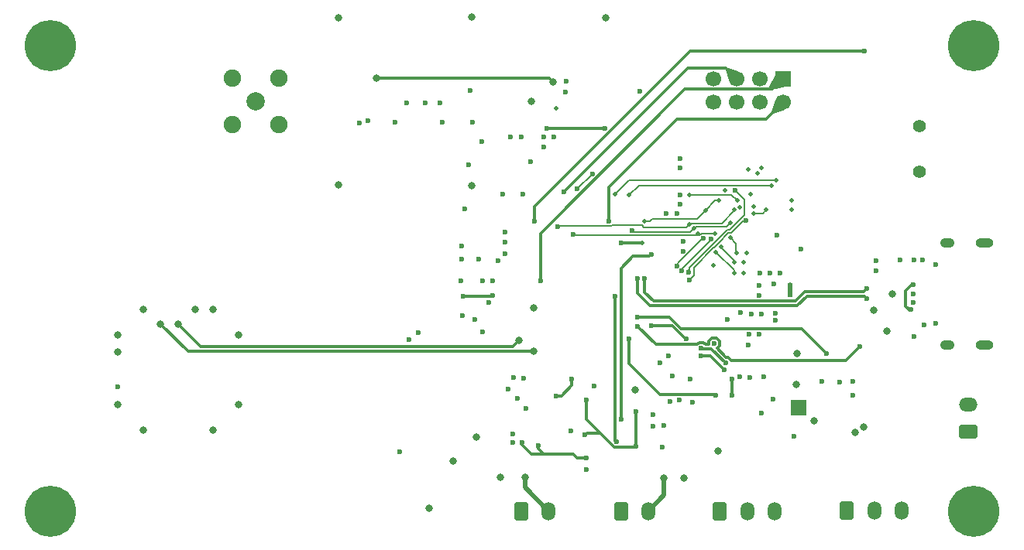
<source format=gbr>
%TF.GenerationSoftware,KiCad,Pcbnew,9.0.1*%
%TF.CreationDate,2025-04-20T12:35:35+07:00*%
%TF.ProjectId,IREC-FlighComputer,49524543-2d46-46c6-9967-68436f6d7075,rev?*%
%TF.SameCoordinates,Original*%
%TF.FileFunction,Copper,L4,Bot*%
%TF.FilePolarity,Positive*%
%FSLAX46Y46*%
G04 Gerber Fmt 4.6, Leading zero omitted, Abs format (unit mm)*
G04 Created by KiCad (PCBNEW 9.0.1) date 2025-04-20 12:35:35*
%MOMM*%
%LPD*%
G01*
G04 APERTURE LIST*
G04 Aperture macros list*
%AMRoundRect*
0 Rectangle with rounded corners*
0 $1 Rounding radius*
0 $2 $3 $4 $5 $6 $7 $8 $9 X,Y pos of 4 corners*
0 Add a 4 corners polygon primitive as box body*
4,1,4,$2,$3,$4,$5,$6,$7,$8,$9,$2,$3,0*
0 Add four circle primitives for the rounded corners*
1,1,$1+$1,$2,$3*
1,1,$1+$1,$4,$5*
1,1,$1+$1,$6,$7*
1,1,$1+$1,$8,$9*
0 Add four rect primitives between the rounded corners*
20,1,$1+$1,$2,$3,$4,$5,0*
20,1,$1+$1,$4,$5,$6,$7,0*
20,1,$1+$1,$6,$7,$8,$9,0*
20,1,$1+$1,$8,$9,$2,$3,0*%
G04 Aperture macros list end*
%TA.AperFunction,HeatsinkPad*%
%ADD10C,0.500000*%
%TD*%
%TA.AperFunction,HeatsinkPad*%
%ADD11R,0.500000X1.600000*%
%TD*%
%TA.AperFunction,ComponentPad*%
%ADD12O,1.950000X1.050000*%
%TD*%
%TA.AperFunction,ComponentPad*%
%ADD13O,1.550000X1.050000*%
%TD*%
%TA.AperFunction,ComponentPad*%
%ADD14RoundRect,0.250001X-0.499999X-0.759999X0.499999X-0.759999X0.499999X0.759999X-0.499999X0.759999X0*%
%TD*%
%TA.AperFunction,ComponentPad*%
%ADD15O,1.500000X2.020000*%
%TD*%
%TA.AperFunction,ComponentPad*%
%ADD16C,2.006600*%
%TD*%
%TA.AperFunction,ComponentPad*%
%ADD17C,1.905000*%
%TD*%
%TA.AperFunction,ComponentPad*%
%ADD18C,5.600000*%
%TD*%
%TA.AperFunction,ComponentPad*%
%ADD19C,1.398000*%
%TD*%
%TA.AperFunction,HeatsinkPad*%
%ADD20R,1.680000X1.680000*%
%TD*%
%TA.AperFunction,ComponentPad*%
%ADD21RoundRect,0.250001X0.759999X-0.499999X0.759999X0.499999X-0.759999X0.499999X-0.759999X-0.499999X0*%
%TD*%
%TA.AperFunction,ComponentPad*%
%ADD22O,2.020000X1.500000*%
%TD*%
%TA.AperFunction,ComponentPad*%
%ADD23R,1.700000X1.700000*%
%TD*%
%TA.AperFunction,ComponentPad*%
%ADD24C,1.700000*%
%TD*%
%TA.AperFunction,ViaPad*%
%ADD25C,0.600000*%
%TD*%
%TA.AperFunction,ViaPad*%
%ADD26C,0.800000*%
%TD*%
%TA.AperFunction,ViaPad*%
%ADD27C,0.500000*%
%TD*%
%TA.AperFunction,Conductor*%
%ADD28C,0.200000*%
%TD*%
%TA.AperFunction,Conductor*%
%ADD29C,0.300000*%
%TD*%
%TA.AperFunction,Conductor*%
%ADD30C,0.500000*%
%TD*%
%TA.AperFunction,Conductor*%
%ADD31C,0.299370*%
%TD*%
G04 APERTURE END LIST*
D10*
%TO.P,U3,7,EP*%
%TO.N,VBAT-*%
X179912500Y-89200000D03*
D11*
X179912500Y-89750000D03*
D10*
X179912500Y-90300000D03*
%TD*%
D12*
%TO.P,USB1,1,MH1*%
%TO.N,VBAT-*%
X201112500Y-95820000D03*
%TO.P,USB1,2,MH2*%
X201112500Y-84580000D03*
D13*
%TO.P,USB1,3,MH3*%
X197112500Y-95820000D03*
%TO.P,USB1,4,MH4*%
X197112500Y-84580000D03*
%TD*%
D14*
%TO.P,J8,1,Pin_1*%
%TO.N,Net-(J8-Pin_1)*%
X150500000Y-114000000D03*
D15*
%TO.P,J8,2,Pin_2*%
%TO.N,Net-(J8-Pin_2)*%
X153500000Y-114000000D03*
%TD*%
D16*
%TO.P,J3,1,1*%
%TO.N,Net-(C49-Pad2)*%
X121447300Y-69109800D03*
D17*
%TO.P,J3,2,2*%
%TO.N,VBAT-*%
X118894600Y-66557100D03*
%TO.P,J3,3,3*%
X118894600Y-71662500D03*
%TO.P,J3,4,4*%
X124000000Y-71662500D03*
%TO.P,J3,5,5*%
X124000000Y-66557100D03*
%TD*%
D14*
%TO.P,J10,1,Pin_1*%
%TO.N,Net-(J10-Pin_1)*%
X186100000Y-113900000D03*
D15*
%TO.P,J10,2,Pin_2*%
%TO.N,VBAT-*%
X189100000Y-113900000D03*
%TO.P,J10,3,Pin_3*%
%TO.N,+5V*%
X192100000Y-113900000D03*
%TD*%
D18*
%TO.P,H3,1*%
%TO.N,N/C*%
X200000000Y-63000000D03*
%TD*%
D14*
%TO.P,J7,1,Pin_1*%
%TO.N,Net-(J7-Pin_1)*%
X161400000Y-113960000D03*
D15*
%TO.P,J7,2,Pin_2*%
%TO.N,Net-(J7-Pin_2)*%
X164400000Y-113960000D03*
%TD*%
D18*
%TO.P,H1,1*%
%TO.N,N/C*%
X200000000Y-114000000D03*
%TD*%
%TO.P,H4,1*%
%TO.N,N/C*%
X99000000Y-114000000D03*
%TD*%
%TO.P,H2,1*%
%TO.N,N/C*%
X99000000Y-63000000D03*
%TD*%
D14*
%TO.P,J2,1,Pin_1*%
%TO.N,Net-(J2-Pin_1)*%
X172200000Y-113960000D03*
D15*
%TO.P,J2,2,Pin_2*%
%TO.N,VBAT-*%
X175200000Y-113960000D03*
%TO.P,J2,3,Pin_3*%
%TO.N,+5V*%
X178200000Y-113960000D03*
%TD*%
D19*
%TO.P,LS1,1*%
%TO.N,Net-(LS1-Pad1)*%
X194000000Y-71800000D03*
%TO.P,LS1,2*%
%TO.N,VBAT-*%
X194000000Y-76800000D03*
%TD*%
D10*
%TO.P,U1,17,GND*%
%TO.N,VBAT-*%
X180247500Y-103240000D03*
X181427500Y-103240000D03*
D20*
X180837500Y-102650000D03*
D10*
X180247500Y-102060000D03*
X181427500Y-102060000D03*
%TD*%
D21*
%TO.P,J1,1,Pin_1*%
%TO.N,Net-(D1-A)*%
X199387500Y-105278250D03*
D22*
%TO.P,J1,2,Pin_2*%
%TO.N,VBAT-*%
X199387500Y-102278250D03*
%TD*%
D23*
%TO.P,J4,1,Pin_1*%
%TO.N,nRST*%
X179140000Y-66660000D03*
D24*
%TO.P,J4,2,Pin_2*%
%TO.N,SWDIO*%
X179140000Y-69200000D03*
%TO.P,J4,3,Pin_3*%
%TO.N,SWCLK*%
X176600000Y-66660000D03*
%TO.P,J4,4,Pin_4*%
%TO.N,COMPANION_RX*%
X176600000Y-69200000D03*
%TO.P,J4,5,Pin_5*%
%TO.N,BOOT0*%
X174060000Y-66660000D03*
%TO.P,J4,6,Pin_6*%
%TO.N,COMPANION_TX*%
X174060000Y-69200000D03*
%TO.P,J4,7,Pin_7*%
%TO.N,VBAT-*%
X171520000Y-66660000D03*
%TO.P,J4,8,Pin_8*%
%TO.N,+3.3V*%
X171520000Y-69200000D03*
%TD*%
D25*
%TO.N,VBAT-*%
X144330000Y-80900000D03*
X175365000Y-94600000D03*
X145400000Y-93000000D03*
D26*
X109199998Y-91899997D03*
X143100000Y-108500000D03*
D25*
X166120000Y-104627500D03*
X158495000Y-100300000D03*
X148700000Y-83400000D03*
D26*
X151650000Y-69100000D03*
X151900000Y-91700000D03*
D25*
X144900000Y-67962500D03*
D27*
X176300000Y-77000000D03*
D26*
X119600000Y-102299999D03*
X130550000Y-59960000D03*
D25*
X145825000Y-86425000D03*
D26*
X109199998Y-105100001D03*
D25*
X138010000Y-69312500D03*
X140000000Y-69312500D03*
X151000000Y-102750000D03*
X166365000Y-81400000D03*
X143975000Y-86425000D03*
X151500000Y-75750000D03*
X181067500Y-85300000D03*
X137215000Y-107500000D03*
X146200000Y-73532500D03*
X154100000Y-73000000D03*
X149345000Y-73000000D03*
X191900000Y-86480000D03*
D26*
X159710000Y-59960000D03*
D25*
X195850000Y-87000000D03*
X141900000Y-71430000D03*
X166750000Y-102000000D03*
X175300000Y-95765000D03*
D26*
X145130000Y-78360000D03*
D25*
X193337500Y-90180000D03*
X155400000Y-66900000D03*
X195850000Y-93400000D03*
D26*
X106399996Y-102299999D03*
X180615000Y-96750000D03*
X119600000Y-94699999D03*
D25*
X176777500Y-92380000D03*
X157588000Y-109410000D03*
X148700000Y-85800000D03*
D26*
X106399996Y-94699999D03*
X116799998Y-91899997D03*
X182500000Y-104100000D03*
D27*
X154287500Y-69850000D03*
D25*
X139290000Y-94402500D03*
X174480000Y-92200000D03*
X169000000Y-99500000D03*
D27*
X172800000Y-78900000D03*
D25*
X150100000Y-101635000D03*
X155900000Y-105202500D03*
X186765000Y-101300000D03*
D27*
X180100000Y-81000000D03*
D25*
X167000000Y-99200000D03*
X149580000Y-105500000D03*
X149580000Y-106500000D03*
D26*
X145130000Y-59860000D03*
D27*
X175600000Y-79300000D03*
D25*
X183400000Y-99800000D03*
X168200000Y-84432500D03*
X165700000Y-97767500D03*
X152965000Y-74100000D03*
X106399996Y-100399998D03*
X150667500Y-79300000D03*
X185300000Y-99900000D03*
X141650000Y-69312500D03*
X178300000Y-93100000D03*
X132800000Y-71530000D03*
X178000000Y-101682500D03*
X193400000Y-94880000D03*
D27*
X175167500Y-85700000D03*
D25*
X186765000Y-99800000D03*
D27*
X174400000Y-80700000D03*
D25*
X193400000Y-86482500D03*
X146265000Y-88800000D03*
X176510000Y-90397500D03*
X149665000Y-99365000D03*
X145200000Y-71397500D03*
X164870000Y-104647500D03*
X174430000Y-99302500D03*
X136700000Y-71397500D03*
D26*
X140400000Y-113700000D03*
X130550000Y-78260000D03*
X116799998Y-105100001D03*
D25*
X175450000Y-99325000D03*
X189300000Y-87667500D03*
X169200000Y-102100000D03*
X165900000Y-107000000D03*
X146300000Y-94400000D03*
D27*
%TO.N,+3.3V*%
X176800000Y-76400000D03*
D26*
X114899997Y-91899997D03*
D25*
X155342500Y-68092500D03*
D27*
X171500000Y-87100000D03*
D25*
X168177341Y-85544841D03*
D26*
X106399996Y-96600000D03*
D27*
X174810000Y-86700000D03*
D25*
X163500000Y-68000000D03*
X167880000Y-80400000D03*
X176600000Y-87900000D03*
X138240000Y-95170000D03*
X173000000Y-93000000D03*
X148500000Y-79300000D03*
X148700000Y-84535000D03*
X175642500Y-92380000D03*
X176510000Y-89260000D03*
X167890000Y-75400000D03*
X152965000Y-73000000D03*
D26*
X145600000Y-105900000D03*
D25*
X143902500Y-88800000D03*
X147960000Y-86563953D03*
X167880000Y-79400000D03*
X167870000Y-76400000D03*
X149100000Y-100600000D03*
X177000000Y-99250000D03*
D27*
X175900000Y-80600000D03*
X180100000Y-80000000D03*
D25*
X178441250Y-83808750D03*
X176500000Y-94600000D03*
X178120000Y-89100000D03*
X144800000Y-76100000D03*
X144100000Y-92600000D03*
X178300000Y-92300000D03*
X143975000Y-84975000D03*
X133750000Y-71250000D03*
X150480000Y-73000000D03*
X178800000Y-87935000D03*
D27*
X175300000Y-76600000D03*
D25*
X167750000Y-101800000D03*
X166600000Y-97000000D03*
X147400000Y-88800000D03*
X167500000Y-81400000D03*
D27*
X174800000Y-87900000D03*
D25*
X146985340Y-91100000D03*
X177700000Y-87900000D03*
X150800000Y-99400000D03*
%TO.N,BAT_LEVEL*%
X183885000Y-96750000D03*
X163250000Y-92750000D03*
%TO.N,+5V*%
X180305000Y-105750000D03*
D26*
X172015000Y-107400000D03*
X163000000Y-100700000D03*
D25*
X176750000Y-103250000D03*
D26*
X190500000Y-94300000D03*
%TO.N,VBAT+*%
X180587500Y-100087500D03*
X187000000Y-105400000D03*
X168300000Y-110400000D03*
X148200000Y-110300000D03*
X187900000Y-104800000D03*
D25*
%TO.N,VBUS*%
X194400000Y-86500000D03*
D26*
X191062500Y-90180000D03*
D25*
X189300000Y-86532500D03*
D26*
X189000000Y-92000000D03*
D25*
X194500000Y-93600000D03*
%TO.N,/PWM_PD*%
X164870000Y-103452500D03*
X157588000Y-101790000D03*
X163012000Y-106870000D03*
X157500000Y-105600000D03*
X163012000Y-103060000D03*
%TO.N,PWM_C*%
X160900000Y-106400000D03*
X160800000Y-90500000D03*
%TO.N,PYRO_B*%
X157588000Y-108140000D03*
X150600000Y-106500000D03*
X152402500Y-106807500D03*
%TO.N,PWM_D*%
X161400000Y-103900000D03*
X164750000Y-85850000D03*
%TO.N,BOOT0*%
X155200000Y-79000000D03*
%TO.N,nRST*%
X152600000Y-88800000D03*
D27*
%TO.N,SWDIO*%
X163700000Y-84600000D03*
D25*
X161400000Y-84600000D03*
X160084485Y-82249525D03*
D26*
%TO.N,Net-(J7-Pin_2)*%
X166100000Y-110400000D03*
%TO.N,Net-(J8-Pin_2)*%
X150900000Y-110300000D03*
D25*
%TO.N,BCD*%
X163250000Y-93750000D03*
X187500000Y-96000000D03*
%TO.N,MMC5983MA_SDA*%
X144200000Y-90500000D03*
X147422626Y-90411095D03*
%TO.N,EMMC_DAT7*%
X173900000Y-78900000D03*
X168830332Y-87830332D03*
%TO.N,EMMC_DAT6*%
X175088817Y-82189001D03*
D27*
X174100000Y-80000000D03*
D25*
X168901495Y-88660000D03*
D27*
X168900000Y-79400000D03*
%TO.N,EMMC_DAT5*%
X168900000Y-82550000D03*
X173800000Y-81000000D03*
D25*
X154529843Y-82870157D03*
%TO.N,PWM_Buzzer*%
X188055000Y-63660000D03*
X151940000Y-82280000D03*
D27*
%TO.N,EMMC_DAT4*%
X169800000Y-83600000D03*
D25*
X156168753Y-83731247D03*
D27*
X171700000Y-83600000D03*
D25*
%TO.N,EMMC_DAT3*%
X162600000Y-83250000D03*
D27*
X173396489Y-82400000D03*
X169400000Y-83050000D03*
%TO.N,EMMC_DAT2*%
X170650000Y-81050000D03*
X172100000Y-80000000D03*
X164006456Y-82213130D03*
%TO.N,EMMC_DAT1*%
X171801748Y-85601748D03*
X173780000Y-87900000D03*
D25*
X167520806Y-87150000D03*
X170450000Y-84150000D03*
%TO.N,EMMC_DAT0*%
X168082185Y-87650000D03*
D27*
X172366336Y-85066336D03*
D25*
X171280021Y-84160019D03*
D27*
X173790000Y-86700000D03*
D26*
%TO.N,ANT_SW*%
X154000000Y-67000000D03*
X134700000Y-66562500D03*
D25*
%TO.N,ADXL375_SDO*%
X170200000Y-96125000D03*
X172844238Y-97724999D03*
X173570000Y-99520000D03*
X168550000Y-95120425D03*
X164700000Y-93700000D03*
X173580000Y-101290000D03*
%TO.N,ADXL375_SDI*%
X172725003Y-98525003D03*
X170180000Y-97000000D03*
%TO.N,ADXL375_SCLK*%
X171590000Y-95610000D03*
%TO.N,BMI088_GYRO_INT*%
X162300000Y-95100000D03*
X171800018Y-101260000D03*
%TO.N,D+*%
X193337500Y-91130000D03*
%TO.N,USB_DN*%
X188300000Y-89600000D03*
X164000000Y-88500000D03*
%TO.N,D-*%
X193094445Y-91938522D03*
X193337500Y-89230000D03*
%TO.N,USB_DP*%
X188300000Y-90700000D03*
X163200000Y-88500000D03*
%TO.N,MS5607_MOSI*%
X156050000Y-99500000D03*
X154300000Y-101400000D03*
D27*
%TO.N,EMMC_RSTN*%
X175900000Y-81400000D03*
X177300000Y-81000000D03*
D26*
%TO.N,GNSS_Reset*%
X150300000Y-95300000D03*
X112999998Y-93499998D03*
D27*
%TO.N,EMMC_CLK*%
X177900000Y-78349000D03*
X162300000Y-79400000D03*
D26*
%TO.N,GNSS_INT*%
X111100000Y-93500000D03*
X151900000Y-96500000D03*
D25*
%TO.N,SX1262_DIO3*%
X159685735Y-72085735D03*
X153300000Y-72062500D03*
D27*
%TO.N,EMMC_CMD*%
X160800000Y-79300000D03*
X178400000Y-77800000D03*
D25*
%TO.N,SX1262_MOSI*%
X158300000Y-77050000D03*
X156652108Y-78727123D03*
D27*
%TO.N,Net-(U11-VDDI)*%
X174032500Y-85700000D03*
X173351748Y-84051748D03*
%TD*%
D28*
%TO.N,SX1262_MOSI*%
X156652108Y-78727123D02*
X158300000Y-77079232D01*
X158300000Y-77079232D02*
X158300000Y-77050000D01*
D29*
%TO.N,SX1262_DIO3*%
X159685735Y-72085735D02*
X159335735Y-72085735D01*
X159335735Y-72085735D02*
X159312500Y-72062500D01*
X159312500Y-72062500D02*
X153300000Y-72062500D01*
%TO.N,BAT_LEVEL*%
X167965290Y-93999000D02*
X166716290Y-92750000D01*
X166716290Y-92750000D02*
X163250000Y-92750000D01*
X181134000Y-93999000D02*
X167965290Y-93999000D01*
X183885000Y-96750000D02*
X181134000Y-93999000D01*
%TO.N,/PWM_PD*%
X159200028Y-105549972D02*
X159075028Y-105424972D01*
X163012000Y-106870000D02*
X162881000Y-107001000D01*
X157675028Y-105424972D02*
X157500000Y-105600000D01*
X159200028Y-105549972D02*
X157588000Y-103937943D01*
X159075028Y-105424972D02*
X157675028Y-105424972D01*
X162881000Y-107001000D02*
X160651057Y-107001000D01*
X157588000Y-103937943D02*
X157588000Y-101790000D01*
X160651057Y-107001000D02*
X159200028Y-105549972D01*
X163012000Y-103060000D02*
X163012000Y-106870000D01*
%TO.N,PWM_C*%
X160800000Y-106300000D02*
X160900000Y-106400000D01*
X160800000Y-90500000D02*
X160800000Y-106300000D01*
%TO.N,PYRO_B*%
X156640000Y-108140000D02*
X157588000Y-108140000D01*
X156200000Y-107700000D02*
X156640000Y-108140000D01*
X153000000Y-107700000D02*
X156200000Y-107700000D01*
X152402500Y-106807500D02*
X152402500Y-107102500D01*
X150600000Y-106500000D02*
X150600000Y-106700000D01*
X152402500Y-107102500D02*
X153000000Y-107700000D01*
X150600000Y-106700000D02*
X151600000Y-107700000D01*
X151600000Y-107700000D02*
X153000000Y-107700000D01*
%TO.N,PWM_D*%
X164500000Y-86100000D02*
X164750000Y-85850000D01*
X164750000Y-85850000D02*
X164800000Y-85800000D01*
X161400000Y-103900000D02*
X161400000Y-87400000D01*
X162700000Y-86100000D02*
X164500000Y-86100000D01*
X161400000Y-87400000D02*
X162700000Y-86100000D01*
%TO.N,BOOT0*%
X174060000Y-66660000D02*
X172909000Y-65509000D01*
X172909000Y-65509000D02*
X168691000Y-65509000D01*
X168691000Y-65509000D02*
X155200000Y-79000000D01*
%TO.N,nRST*%
X179140000Y-66660000D02*
X177989000Y-67811000D01*
X152600000Y-83627761D02*
X152600000Y-88800000D01*
X168416761Y-67811000D02*
X152600000Y-83627761D01*
X177989000Y-67811000D02*
X168416761Y-67811000D01*
%TO.N,SWDIO*%
X160104452Y-82195548D02*
X160100000Y-82200000D01*
X160104452Y-82229558D02*
X160084485Y-82249525D01*
X160104452Y-82195548D02*
X160104452Y-82229558D01*
X177240000Y-71100000D02*
X167500000Y-71100000D01*
X167500000Y-71100000D02*
X160104452Y-78495548D01*
X179140000Y-69200000D02*
X177240000Y-71100000D01*
X161400000Y-84600000D02*
X163700000Y-84600000D01*
X160104452Y-78495548D02*
X160104452Y-82195548D01*
D30*
%TO.N,Net-(J7-Pin_2)*%
X166100000Y-112260000D02*
X164400000Y-113960000D01*
X166100000Y-110400000D02*
X166100000Y-112260000D01*
%TO.N,Net-(J8-Pin_2)*%
X150900000Y-111400000D02*
X153500000Y-114000000D01*
X150900000Y-110300000D02*
X150900000Y-111400000D01*
D29*
%TO.N,BCD*%
X172861809Y-97123999D02*
X171893876Y-96156066D01*
X171838943Y-95009000D02*
X171341057Y-95009000D01*
X170989000Y-95361057D02*
X170989000Y-95749000D01*
X169951057Y-95524000D02*
X169753632Y-95721425D01*
X169753632Y-95721425D02*
X165221425Y-95721425D01*
X170673943Y-95749000D02*
X170448943Y-95524000D01*
X165221425Y-95721425D02*
X163250000Y-93750000D01*
X170448943Y-95524000D02*
X169951057Y-95524000D01*
X171341057Y-95009000D02*
X170989000Y-95361057D01*
X186000000Y-97500000D02*
X173445238Y-97500000D01*
X173445238Y-97500000D02*
X173445238Y-97476056D01*
X187500000Y-96000000D02*
X186000000Y-97500000D01*
X172191000Y-95361057D02*
X171838943Y-95009000D01*
X173093181Y-97123999D02*
X172861809Y-97123999D01*
X173445238Y-97476056D02*
X173093181Y-97123999D01*
X171893876Y-96156066D02*
X172191000Y-95858943D01*
X172191000Y-95858943D02*
X172191000Y-95361057D01*
X170989000Y-95749000D02*
X170673943Y-95749000D01*
%TO.N,MMC5983MA_SDA*%
X147333721Y-90500000D02*
X144200000Y-90500000D01*
X147422626Y-90411095D02*
X147333721Y-90500000D01*
D28*
%TO.N,EMMC_DAT7*%
X174900000Y-81600000D02*
X174900000Y-79900000D01*
X173001756Y-83198244D02*
X173306766Y-83198244D01*
X171743464Y-84484298D02*
X171743464Y-84456536D01*
X173306766Y-83198244D02*
X173897489Y-82607521D01*
X171420696Y-84807066D02*
X171743464Y-84484298D01*
X168830332Y-87548900D02*
X168851000Y-87528232D01*
X168851000Y-87349000D02*
X171392934Y-84807066D01*
X171743464Y-84456536D02*
X173001756Y-83198244D01*
X168851000Y-87528232D02*
X168851000Y-87349000D01*
X168830332Y-87830332D02*
X168830332Y-87548900D01*
X171392934Y-84807066D02*
X171420696Y-84807066D01*
X174900000Y-79900000D02*
X173900000Y-78900000D01*
X173897489Y-82607521D02*
X173897489Y-82602511D01*
X173897489Y-82602511D02*
X174900000Y-81600000D01*
%TO.N,EMMC_DAT6*%
X174807387Y-82189001D02*
X175088817Y-82189001D01*
X172094464Y-84629686D02*
X172094464Y-84601924D01*
X174248489Y-82752909D02*
X174248489Y-82747899D01*
X173452154Y-83549244D02*
X174248489Y-82752909D01*
X173500000Y-79400000D02*
X168900000Y-79400000D01*
X174100000Y-80000000D02*
X173500000Y-79400000D01*
X173147144Y-83549244D02*
X173452154Y-83549244D01*
X171566084Y-85158066D02*
X172094464Y-84629686D01*
X169381332Y-87315056D02*
X171538322Y-85158066D01*
X168901495Y-88660000D02*
X169381332Y-88180163D01*
X169381332Y-88180163D02*
X169381332Y-87315056D01*
X174248489Y-82747899D02*
X174807387Y-82189001D01*
X171538322Y-85158066D02*
X171566084Y-85158066D01*
X172094464Y-84601924D02*
X173147144Y-83549244D01*
%TO.N,EMMC_DAT5*%
X168950000Y-82500000D02*
X171991578Y-82500000D01*
X159856253Y-82800525D02*
X160312717Y-82800525D01*
X160312717Y-82800525D02*
X160414242Y-82699000D01*
X171991578Y-82500000D02*
X171995335Y-82496244D01*
X163928230Y-82900000D02*
X168550000Y-82900000D01*
X173800000Y-81100000D02*
X173800000Y-81000000D01*
X154600000Y-82800000D02*
X159825220Y-82800000D01*
X159825220Y-82800000D02*
X159840474Y-82784746D01*
X172403756Y-82496244D02*
X173800000Y-81100000D01*
X154529843Y-82870157D02*
X154600000Y-82800000D01*
X160414242Y-82699000D02*
X163727230Y-82699000D01*
X159840474Y-82784746D02*
X159856253Y-82800525D01*
X168900000Y-82550000D02*
X168950000Y-82500000D01*
X168550000Y-82900000D02*
X168900000Y-82550000D01*
X171995335Y-82496244D02*
X172403756Y-82496244D01*
X163727230Y-82699000D02*
X163928230Y-82900000D01*
D29*
%TO.N,PWM_Buzzer*%
X168960000Y-63660000D02*
X188055000Y-63660000D01*
X151940000Y-80680000D02*
X168960000Y-63660000D01*
X151940000Y-82280000D02*
X151940000Y-80680000D01*
D28*
%TO.N,EMMC_DAT4*%
X171599617Y-83700383D02*
X171700000Y-83600000D01*
X171051789Y-83609019D02*
X171508253Y-83609019D01*
X171508253Y-83609019D02*
X171599617Y-83700383D01*
X170679232Y-83600000D02*
X171042770Y-83600000D01*
X156237505Y-83800000D02*
X170020768Y-83800000D01*
X170020768Y-83800000D02*
X170221768Y-83599000D01*
X170678232Y-83599000D02*
X170679232Y-83600000D01*
X171042770Y-83600000D02*
X171051789Y-83609019D01*
X170221768Y-83599000D02*
X170678232Y-83599000D01*
X156168753Y-83731247D02*
X156237505Y-83800000D01*
%TO.N,EMMC_DAT3*%
X162600000Y-83250000D02*
X162799000Y-83449000D01*
X162799000Y-83449000D02*
X169001000Y-83449000D01*
X172952756Y-82847244D02*
X173396489Y-82403511D01*
X172140723Y-82847244D02*
X172952756Y-82847244D01*
X169001000Y-83449000D02*
X169400000Y-83050000D01*
X172136966Y-82851000D02*
X172140723Y-82847244D01*
X173396489Y-82403511D02*
X173396489Y-82400000D01*
X169400000Y-83050000D02*
X169599000Y-82851000D01*
X169599000Y-82851000D02*
X172136966Y-82851000D01*
%TO.N,EMMC_DAT2*%
X169700000Y-82000000D02*
X164799349Y-82000000D01*
X171700000Y-80000000D02*
X170650000Y-81050000D01*
X164704554Y-82094795D02*
X164709770Y-82094795D01*
X164586219Y-82213130D02*
X164704554Y-82094795D01*
X164799349Y-82000000D02*
X164586219Y-82213130D01*
X170650000Y-81050000D02*
X169700000Y-82000000D01*
X164006456Y-82213130D02*
X164586219Y-82213130D01*
X172100000Y-80000000D02*
X171700000Y-80000000D01*
%TO.N,EMMC_DAT1*%
X167520806Y-86989128D02*
X167825070Y-86684864D01*
X173780000Y-87580000D02*
X173780000Y-87900000D01*
X167520806Y-87150000D02*
X167520806Y-86989128D01*
X170350000Y-84150000D02*
X170450000Y-84150000D01*
X171890312Y-85690312D02*
X173780000Y-87580000D01*
X167825070Y-86684864D02*
X167825070Y-86674930D01*
X167825070Y-86674930D02*
X170350000Y-84150000D01*
%TO.N,EMMC_DAT0*%
X172366336Y-85166336D02*
X173790000Y-86590000D01*
X172366336Y-85066336D02*
X172366336Y-85166336D01*
X171183974Y-84366026D02*
X171183974Y-84256066D01*
X168082185Y-87467815D02*
X171183974Y-84366026D01*
X173790000Y-86590000D02*
X173790000Y-86700000D01*
X168082185Y-87650000D02*
X168082185Y-87467815D01*
X171183974Y-84256066D02*
X171280021Y-84160019D01*
D31*
%TO.N,ANT_SW*%
X153562500Y-66562500D02*
X134700000Y-66562500D01*
X154000000Y-67000000D02*
X153562500Y-66562500D01*
D29*
%TO.N,ADXL375_SDO*%
X168448905Y-95120425D02*
X167028480Y-93700000D01*
X167028480Y-93700000D02*
X164700000Y-93700000D01*
X170275000Y-96200000D02*
X170200000Y-96125000D01*
X172844238Y-97724999D02*
X172844237Y-97725000D01*
X173570000Y-101280000D02*
X173580000Y-101290000D01*
X168550000Y-95120425D02*
X168448905Y-95120425D01*
X172825000Y-97725000D02*
X171300000Y-96200000D01*
X172844237Y-97725000D02*
X172825000Y-97725000D01*
X171300000Y-96200000D02*
X170275000Y-96200000D01*
X173570000Y-99520000D02*
X173570000Y-101280000D01*
%TO.N,ADXL375_SDI*%
X171200000Y-97000000D02*
X170180000Y-97000000D01*
X172725003Y-98525003D02*
X171200000Y-97000000D01*
%TO.N,BMI088_GYRO_INT*%
X171800018Y-101260000D02*
X171740018Y-101200000D01*
X165700000Y-101200000D02*
X162300000Y-97800000D01*
X162300000Y-97800000D02*
X162300000Y-95100000D01*
X171740018Y-101200000D02*
X165700000Y-101200000D01*
%TO.N,USB_DN*%
X187975001Y-89924999D02*
X181539501Y-89924999D01*
X181539501Y-89924999D02*
X180463500Y-91001000D01*
X177204481Y-91000000D02*
X175608481Y-91000000D01*
X175608481Y-91000000D02*
X175607481Y-90999000D01*
X178568100Y-91001000D02*
X178566099Y-90999000D01*
X164999000Y-90999000D02*
X164000000Y-90000000D01*
X177205481Y-90999000D02*
X177204481Y-91000000D01*
X188300000Y-89600000D02*
X187975001Y-89924999D01*
X175607481Y-90999000D02*
X164999000Y-90999000D01*
X178566099Y-90999000D02*
X177205481Y-90999000D01*
X180463500Y-91001000D02*
X178568100Y-91001000D01*
X164000000Y-90000000D02*
X164000000Y-88500000D01*
%TO.N,D-*%
X192500000Y-89880000D02*
X193150000Y-89230000D01*
X193150000Y-89230000D02*
X193337500Y-89230000D01*
X193052967Y-91980000D02*
X192900000Y-91980000D01*
X192900000Y-91980000D02*
X192500000Y-91580000D01*
X192500000Y-91580000D02*
X192500000Y-89880000D01*
X193094445Y-91938522D02*
X193052967Y-91980000D01*
%TO.N,USB_DP*%
X181747021Y-90425999D02*
X188025999Y-90425999D01*
X180671020Y-91502000D02*
X181747021Y-90425999D01*
X163200000Y-90100000D02*
X164600000Y-91500000D01*
X177413002Y-91500000D02*
X178358580Y-91500000D01*
X178358580Y-91500000D02*
X178360579Y-91502000D01*
X177412001Y-91501000D02*
X177413002Y-91500000D01*
X178360579Y-91502000D02*
X180671020Y-91502000D01*
X175400960Y-91501000D02*
X177412001Y-91501000D01*
X188025999Y-90425999D02*
X188300000Y-90700000D01*
X175399961Y-91500000D02*
X175400960Y-91501000D01*
X164600000Y-91500000D02*
X175399961Y-91500000D01*
X163200000Y-88500000D02*
X163200000Y-90100000D01*
%TO.N,MS5607_MOSI*%
X154878830Y-101400000D02*
X156050000Y-100228830D01*
X156050000Y-100228830D02*
X156050000Y-99500000D01*
X154300000Y-101400000D02*
X154878830Y-101400000D01*
D28*
%TO.N,EMMC_RSTN*%
X176900000Y-81400000D02*
X175900000Y-81400000D01*
X177300000Y-81000000D02*
X176900000Y-81400000D01*
D29*
%TO.N,GNSS_Reset*%
X149600000Y-96000000D02*
X150300000Y-95300000D01*
X112999998Y-93499998D02*
X115500000Y-96000000D01*
X115500000Y-96000000D02*
X149600000Y-96000000D01*
D28*
%TO.N,EMMC_CLK*%
X163351000Y-78349000D02*
X162300000Y-79400000D01*
X177900000Y-78349000D02*
X163351000Y-78349000D01*
D29*
%TO.N,GNSS_INT*%
X114100000Y-96500000D02*
X151900000Y-96500000D01*
X111100000Y-93500000D02*
X114100000Y-96500000D01*
D28*
%TO.N,EMMC_CMD*%
X178400000Y-77800000D02*
X162300000Y-77800000D01*
X162300000Y-77800000D02*
X160800000Y-79300000D01*
%TO.N,Net-(U11-VDDI)*%
X174001523Y-85530977D02*
X174001523Y-84701523D01*
X174032500Y-85561954D02*
X174001523Y-85530977D01*
X174001523Y-84701523D02*
X173351748Y-84051748D01*
X174032500Y-85700000D02*
X174032500Y-85561954D01*
%TD*%
%TA.AperFunction,Conductor*%
%TO.N,BOOT0*%
G36*
X172868557Y-65364265D02*
G01*
X173960872Y-65736131D01*
X174216133Y-65823033D01*
X174222860Y-65828943D01*
X174223840Y-65836378D01*
X174062518Y-66652318D01*
X174057551Y-66659770D01*
X174053320Y-66661525D01*
X173236575Y-66823792D01*
X173227793Y-66822043D01*
X173223151Y-66815882D01*
X172853648Y-65660738D01*
X172853092Y-65657173D01*
X172853092Y-65375342D01*
X172856519Y-65367069D01*
X172864792Y-65363642D01*
X172868557Y-65364265D01*
G37*
%TD.AperFunction*%
%TD*%
%TA.AperFunction,Conductor*%
%TO.N,nRST*%
G36*
X178300434Y-66234190D02*
G01*
X179136669Y-66657806D01*
X179142501Y-66664601D01*
X179142505Y-66664614D01*
X179414381Y-67497989D01*
X179413689Y-67506917D01*
X179406887Y-67512741D01*
X179406024Y-67512986D01*
X177579144Y-67957480D01*
X177570295Y-67956106D01*
X177565010Y-67948878D01*
X177564678Y-67946112D01*
X177564678Y-67663794D01*
X177565940Y-67658508D01*
X178284713Y-66239342D01*
X178291509Y-66233510D01*
X178300434Y-66234190D01*
G37*
%TD.AperFunction*%
%TD*%
%TA.AperFunction,Conductor*%
%TO.N,SWDIO*%
G36*
X179071201Y-69185538D02*
G01*
X179133021Y-69197772D01*
X179140472Y-69202739D01*
X179142227Y-69206978D01*
X179303891Y-70023886D01*
X179302136Y-70032667D01*
X179296476Y-70037129D01*
X178062566Y-70493994D01*
X178053618Y-70493653D01*
X178050231Y-70491295D01*
X177848704Y-70289768D01*
X177845277Y-70281495D01*
X177846004Y-70277438D01*
X178302871Y-69043521D01*
X178308956Y-69036954D01*
X178316111Y-69036108D01*
X179071201Y-69185538D01*
G37*
%TD.AperFunction*%
%TD*%
%TA.AperFunction,Conductor*%
%TO.N,D-*%
G36*
X192700150Y-91563088D02*
G01*
X193141268Y-91642187D01*
X193148806Y-91647020D01*
X193150719Y-91655768D01*
X193150684Y-91655954D01*
X193095606Y-91936908D01*
X193093832Y-91941189D01*
X192935413Y-92176610D01*
X192927951Y-92181561D01*
X192919174Y-92179785D01*
X192917746Y-92178653D01*
X192490910Y-91782404D01*
X192487178Y-91774263D01*
X192490295Y-91765869D01*
X192490569Y-91765584D01*
X192689822Y-91566331D01*
X192698094Y-91562905D01*
X192700150Y-91563088D01*
G37*
%TD.AperFunction*%
%TD*%
M02*

</source>
